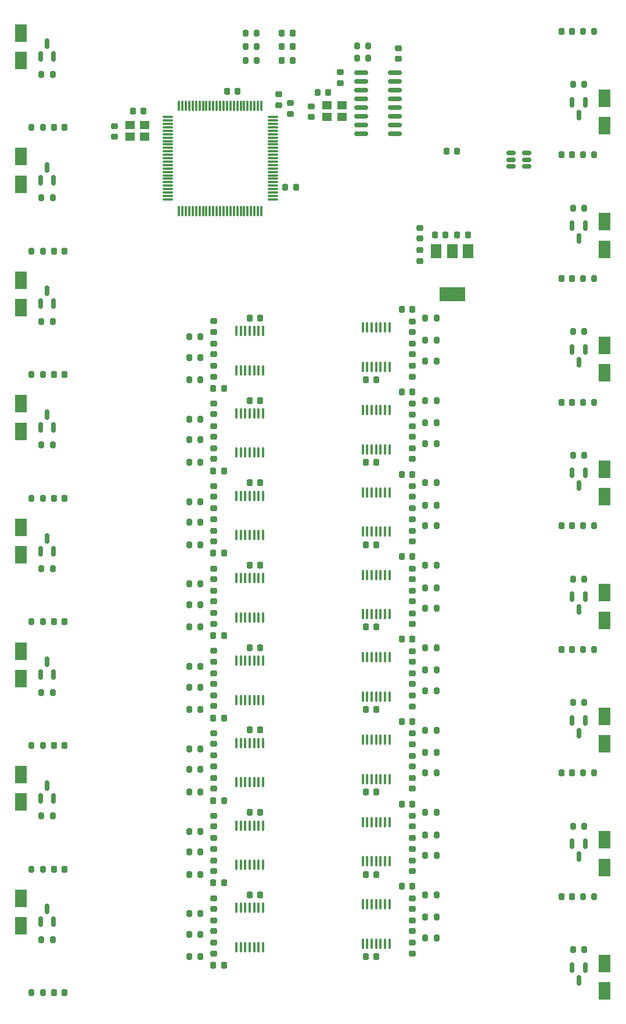
<source format=gbr>
%TF.GenerationSoftware,KiCad,Pcbnew,(6.0.7-1)-1*%
%TF.CreationDate,2023-01-13T01:44:41+01:00*%
%TF.ProjectId,Astraveus_Testtech,41737472-6176-4657-9573-5f5465737474,0.1*%
%TF.SameCoordinates,Original*%
%TF.FileFunction,Paste,Top*%
%TF.FilePolarity,Positive*%
%FSLAX46Y46*%
G04 Gerber Fmt 4.6, Leading zero omitted, Abs format (unit mm)*
G04 Created by KiCad (PCBNEW (6.0.7-1)-1) date 2023-01-13 01:44:41*
%MOMM*%
%LPD*%
G01*
G04 APERTURE LIST*
G04 Aperture macros list*
%AMRoundRect*
0 Rectangle with rounded corners*
0 $1 Rounding radius*
0 $2 $3 $4 $5 $6 $7 $8 $9 X,Y pos of 4 corners*
0 Add a 4 corners polygon primitive as box body*
4,1,4,$2,$3,$4,$5,$6,$7,$8,$9,$2,$3,0*
0 Add four circle primitives for the rounded corners*
1,1,$1+$1,$2,$3*
1,1,$1+$1,$4,$5*
1,1,$1+$1,$6,$7*
1,1,$1+$1,$8,$9*
0 Add four rect primitives between the rounded corners*
20,1,$1+$1,$2,$3,$4,$5,0*
20,1,$1+$1,$4,$5,$6,$7,0*
20,1,$1+$1,$6,$7,$8,$9,0*
20,1,$1+$1,$8,$9,$2,$3,0*%
G04 Aperture macros list end*
%ADD10RoundRect,0.225000X-0.225000X-0.250000X0.225000X-0.250000X0.225000X0.250000X-0.225000X0.250000X0*%
%ADD11RoundRect,0.225000X0.250000X-0.225000X0.250000X0.225000X-0.250000X0.225000X-0.250000X-0.225000X0*%
%ADD12RoundRect,0.200000X0.200000X0.275000X-0.200000X0.275000X-0.200000X-0.275000X0.200000X-0.275000X0*%
%ADD13RoundRect,0.225000X-0.250000X0.225000X-0.250000X-0.225000X0.250000X-0.225000X0.250000X0.225000X0*%
%ADD14RoundRect,0.218750X-0.218750X-0.256250X0.218750X-0.256250X0.218750X0.256250X-0.218750X0.256250X0*%
%ADD15RoundRect,0.218750X0.218750X0.256250X-0.218750X0.256250X-0.218750X-0.256250X0.218750X-0.256250X0*%
%ADD16RoundRect,0.200000X-0.200000X-0.275000X0.200000X-0.275000X0.200000X0.275000X-0.200000X0.275000X0*%
%ADD17RoundRect,0.150000X-0.150000X0.587500X-0.150000X-0.587500X0.150000X-0.587500X0.150000X0.587500X0*%
%ADD18RoundRect,0.225000X0.225000X0.250000X-0.225000X0.250000X-0.225000X-0.250000X0.225000X-0.250000X0*%
%ADD19RoundRect,0.100000X-0.100000X0.637500X-0.100000X-0.637500X0.100000X-0.637500X0.100000X0.637500X0*%
%ADD20RoundRect,0.150000X0.150000X-0.587500X0.150000X0.587500X-0.150000X0.587500X-0.150000X-0.587500X0*%
%ADD21RoundRect,0.100000X0.100000X-0.637500X0.100000X0.637500X-0.100000X0.637500X-0.100000X-0.637500X0*%
%ADD22R,1.800000X2.500000*%
%ADD23RoundRect,0.150000X-0.825000X-0.150000X0.825000X-0.150000X0.825000X0.150000X-0.825000X0.150000X0*%
%ADD24R,1.400000X1.200000*%
%ADD25R,1.500000X2.000000*%
%ADD26R,3.800000X2.000000*%
%ADD27RoundRect,0.150000X-0.512500X-0.150000X0.512500X-0.150000X0.512500X0.150000X-0.512500X0.150000X0*%
%ADD28RoundRect,0.075000X-0.075000X0.662500X-0.075000X-0.662500X0.075000X-0.662500X0.075000X0.662500X0*%
%ADD29RoundRect,0.075000X-0.662500X0.075000X-0.662500X-0.075000X0.662500X-0.075000X0.662500X0.075000X0*%
G04 APERTURE END LIST*
D10*
%TO.C,C14*%
X126300000Y-86650000D03*
X127850000Y-86650000D03*
%TD*%
D11*
%TO.C,C85*%
X119718750Y-172787500D03*
X119718750Y-171237500D03*
%TD*%
D12*
%TO.C,R75*%
X67325000Y-153250000D03*
X65675000Y-153250000D03*
%TD*%
%TO.C,R39*%
X123293750Y-165012500D03*
X121643750Y-165012500D03*
%TD*%
%TO.C,R66*%
X65875000Y-125000000D03*
X64225000Y-125000000D03*
%TD*%
D11*
%TO.C,C11*%
X105000000Y-69475000D03*
X105000000Y-67925000D03*
%TD*%
D13*
%TO.C,C70*%
X90779879Y-165725000D03*
X90779879Y-167275000D03*
%TD*%
D14*
%TO.C,D2*%
X100712500Y-59250000D03*
X102287500Y-59250000D03*
%TD*%
D15*
%TO.C,D29*%
X69037500Y-179000000D03*
X67462500Y-179000000D03*
%TD*%
D16*
%TO.C,R8*%
X87204879Y-107750000D03*
X88854879Y-107750000D03*
%TD*%
D11*
%TO.C,C73*%
X119718750Y-167287500D03*
X119718750Y-165737500D03*
%TD*%
D16*
%TO.C,R80*%
X144625000Y-165000000D03*
X146275000Y-165000000D03*
%TD*%
D17*
%TO.C,Q8*%
X144950000Y-121312500D03*
X143050000Y-121312500D03*
X144000000Y-123187500D03*
%TD*%
D12*
%TO.C,R17*%
X123293750Y-110762500D03*
X121643750Y-110762500D03*
%TD*%
D11*
%TO.C,C9*%
X117750000Y-61025000D03*
X117750000Y-59475000D03*
%TD*%
D12*
%TO.C,R35*%
X123293750Y-146762500D03*
X121643750Y-146762500D03*
%TD*%
D11*
%TO.C,C3*%
X100250000Y-67750000D03*
X100250000Y-66200000D03*
%TD*%
D13*
%TO.C,C49*%
X90779879Y-138475000D03*
X90779879Y-140025000D03*
%TD*%
D15*
%TO.C,D33*%
X69037500Y-197000000D03*
X67462500Y-197000000D03*
%TD*%
D16*
%TO.C,R6*%
X87204879Y-101500000D03*
X88854879Y-101500000D03*
%TD*%
D12*
%TO.C,R55*%
X67325000Y-63250000D03*
X65675000Y-63250000D03*
%TD*%
D16*
%TO.C,R24*%
X87204879Y-137500000D03*
X88854879Y-137500000D03*
%TD*%
%TO.C,R49*%
X87204879Y-188500000D03*
X88854879Y-188500000D03*
%TD*%
D12*
%TO.C,R40*%
X123293750Y-162012500D03*
X121643750Y-162012500D03*
%TD*%
D16*
%TO.C,R73*%
X143175000Y-136750000D03*
X144825000Y-136750000D03*
%TD*%
D12*
%TO.C,R70*%
X65875000Y-143000000D03*
X64225000Y-143000000D03*
%TD*%
D11*
%TO.C,C65*%
X119718750Y-148787500D03*
X119718750Y-147237500D03*
%TD*%
D16*
%TO.C,R2*%
X111662500Y-59175000D03*
X113312500Y-59175000D03*
%TD*%
D18*
%TO.C,C4*%
X94250000Y-65735000D03*
X92700000Y-65735000D03*
%TD*%
D12*
%TO.C,R27*%
X123293750Y-141012500D03*
X121643750Y-141012500D03*
%TD*%
D19*
%TO.C,U5*%
X97979879Y-100637500D03*
X97329879Y-100637500D03*
X96679879Y-100637500D03*
X96029879Y-100637500D03*
X95379879Y-100637500D03*
X94729879Y-100637500D03*
X94079879Y-100637500D03*
X94079879Y-106362500D03*
X94729879Y-106362500D03*
X95379879Y-106362500D03*
X96029879Y-106362500D03*
X96679879Y-106362500D03*
X97329879Y-106362500D03*
X97979879Y-106362500D03*
%TD*%
D14*
%TO.C,D11*%
X141462500Y-75000000D03*
X143037500Y-75000000D03*
%TD*%
D20*
%TO.C,Q1*%
X65550000Y-60687500D03*
X67450000Y-60687500D03*
X66500000Y-58812500D03*
%TD*%
D13*
%TO.C,C40*%
X90779879Y-129725000D03*
X90779879Y-131275000D03*
%TD*%
D10*
%TO.C,C57*%
X90725000Y-157000000D03*
X92275000Y-157000000D03*
%TD*%
D16*
%TO.C,R64*%
X144625000Y-93000000D03*
X146275000Y-93000000D03*
%TD*%
D12*
%TO.C,R29*%
X123293750Y-134762500D03*
X121643750Y-134762500D03*
%TD*%
D11*
%TO.C,C44*%
X119718750Y-128037500D03*
X119718750Y-126487500D03*
%TD*%
D16*
%TO.C,R37*%
X87204879Y-164500000D03*
X88854879Y-164500000D03*
%TD*%
D20*
%TO.C,Q15*%
X65550000Y-186687500D03*
X67450000Y-186687500D03*
X66500000Y-184812500D03*
%TD*%
D21*
%TO.C,U10*%
X112518750Y-129875000D03*
X113168750Y-129875000D03*
X113818750Y-129875000D03*
X114468750Y-129875000D03*
X115118750Y-129875000D03*
X115768750Y-129875000D03*
X116418750Y-129875000D03*
X116418750Y-124150000D03*
X115768750Y-124150000D03*
X115118750Y-124150000D03*
X114468750Y-124150000D03*
X113818750Y-124150000D03*
X113168750Y-124150000D03*
X112518750Y-124150000D03*
%TD*%
D11*
%TO.C,C23*%
X119718750Y-107287500D03*
X119718750Y-105737500D03*
%TD*%
D18*
%TO.C,C72*%
X119773629Y-157512500D03*
X118223629Y-157512500D03*
%TD*%
D11*
%TO.C,C54*%
X119718750Y-140037500D03*
X119718750Y-138487500D03*
%TD*%
D10*
%TO.C,C17*%
X90725000Y-109000000D03*
X92275000Y-109000000D03*
%TD*%
D18*
%TO.C,C36*%
X97554879Y-122750000D03*
X96004879Y-122750000D03*
%TD*%
D12*
%TO.C,R28*%
X123293750Y-138012500D03*
X121643750Y-138012500D03*
%TD*%
%TO.C,R58*%
X65875000Y-89000000D03*
X64225000Y-89000000D03*
%TD*%
D14*
%TO.C,D3*%
X100712500Y-57250000D03*
X102287500Y-57250000D03*
%TD*%
D19*
%TO.C,U15*%
X97979879Y-160637500D03*
X97329879Y-160637500D03*
X96679879Y-160637500D03*
X96029879Y-160637500D03*
X95379879Y-160637500D03*
X94729879Y-160637500D03*
X94079879Y-160637500D03*
X94079879Y-166362500D03*
X94729879Y-166362500D03*
X95379879Y-166362500D03*
X96029879Y-166362500D03*
X96679879Y-166362500D03*
X97329879Y-166362500D03*
X97979879Y-166362500D03*
%TD*%
D18*
%TO.C,C7*%
X126275000Y-74500000D03*
X124725000Y-74500000D03*
%TD*%
D12*
%TO.C,R82*%
X65875000Y-197000000D03*
X64225000Y-197000000D03*
%TD*%
D11*
%TO.C,C75*%
X119718750Y-160787500D03*
X119718750Y-159237500D03*
%TD*%
D10*
%TO.C,C37*%
X90725000Y-133000000D03*
X92275000Y-133000000D03*
%TD*%
%TO.C,C41*%
X112943750Y-131762500D03*
X114493750Y-131762500D03*
%TD*%
D13*
%TO.C,C69*%
X90779879Y-162475000D03*
X90779879Y-164025000D03*
%TD*%
%TO.C,C59*%
X90779879Y-150475000D03*
X90779879Y-152025000D03*
%TD*%
D12*
%TO.C,R83*%
X67325000Y-189250000D03*
X65675000Y-189250000D03*
%TD*%
D22*
%TO.C,D10*%
X147800000Y-84750000D03*
X147800000Y-88750000D03*
%TD*%
%TO.C,D18*%
X147800000Y-120750000D03*
X147800000Y-124750000D03*
%TD*%
D18*
%TO.C,C10*%
X107500000Y-65950000D03*
X105950000Y-65950000D03*
%TD*%
D22*
%TO.C,D34*%
X147800000Y-192750000D03*
X147800000Y-196750000D03*
%TD*%
D20*
%TO.C,Q3*%
X65550000Y-78687500D03*
X67450000Y-78687500D03*
X66500000Y-76812500D03*
%TD*%
D16*
%TO.C,R65*%
X143175000Y-100750000D03*
X144825000Y-100750000D03*
%TD*%
%TO.C,R81*%
X143175000Y-172750000D03*
X144825000Y-172750000D03*
%TD*%
D22*
%TO.C,D6*%
X147800000Y-66750000D03*
X147800000Y-70750000D03*
%TD*%
D19*
%TO.C,U17*%
X97979879Y-172637500D03*
X97329879Y-172637500D03*
X96679879Y-172637500D03*
X96029879Y-172637500D03*
X95379879Y-172637500D03*
X94729879Y-172637500D03*
X94079879Y-172637500D03*
X94079879Y-178362500D03*
X94729879Y-178362500D03*
X95379879Y-178362500D03*
X96029879Y-178362500D03*
X96679879Y-178362500D03*
X97329879Y-178362500D03*
X97979879Y-178362500D03*
%TD*%
D13*
%TO.C,C1*%
X102000000Y-67475000D03*
X102000000Y-69025000D03*
%TD*%
D16*
%TO.C,R30*%
X87204879Y-149500000D03*
X88854879Y-149500000D03*
%TD*%
D18*
%TO.C,C42*%
X119773629Y-121512500D03*
X118223629Y-121512500D03*
%TD*%
D17*
%TO.C,Q16*%
X144950000Y-193312500D03*
X143050000Y-193312500D03*
X144000000Y-195187500D03*
%TD*%
D11*
%TO.C,C25*%
X119718750Y-100787500D03*
X119718750Y-99237500D03*
%TD*%
D12*
%TO.C,R45*%
X123293750Y-177012500D03*
X121643750Y-177012500D03*
%TD*%
D18*
%TO.C,C6*%
X80550000Y-68600000D03*
X79000000Y-68600000D03*
%TD*%
D16*
%TO.C,R56*%
X144625000Y-57000000D03*
X146275000Y-57000000D03*
%TD*%
D11*
%TO.C,C45*%
X119718750Y-124787500D03*
X119718750Y-123237500D03*
%TD*%
%TO.C,C24*%
X119718750Y-104037500D03*
X119718750Y-102487500D03*
%TD*%
D13*
%TO.C,C18*%
X90779879Y-99225000D03*
X90779879Y-100775000D03*
%TD*%
D17*
%TO.C,Q4*%
X144950000Y-85312500D03*
X143050000Y-85312500D03*
X144000000Y-87187500D03*
%TD*%
D22*
%TO.C,D8*%
X62700000Y-79250000D03*
X62700000Y-75250000D03*
%TD*%
D18*
%TO.C,C52*%
X119773629Y-133512500D03*
X118223629Y-133512500D03*
%TD*%
D11*
%TO.C,C33*%
X119718750Y-119287500D03*
X119718750Y-117737500D03*
%TD*%
D13*
%TO.C,C90*%
X90779879Y-189725000D03*
X90779879Y-191275000D03*
%TD*%
D10*
%TO.C,C77*%
X90725000Y-181000000D03*
X92275000Y-181000000D03*
%TD*%
D16*
%TO.C,R42*%
X87204879Y-173500000D03*
X88854879Y-173500000D03*
%TD*%
D19*
%TO.C,U19*%
X97979879Y-184637500D03*
X97329879Y-184637500D03*
X96679879Y-184637500D03*
X96029879Y-184637500D03*
X95379879Y-184637500D03*
X94729879Y-184637500D03*
X94079879Y-184637500D03*
X94079879Y-190362500D03*
X94729879Y-190362500D03*
X95379879Y-190362500D03*
X96029879Y-190362500D03*
X96679879Y-190362500D03*
X97329879Y-190362500D03*
X97979879Y-190362500D03*
%TD*%
D16*
%TO.C,R69*%
X143175000Y-118750000D03*
X144825000Y-118750000D03*
%TD*%
D13*
%TO.C,C58*%
X90779879Y-147225000D03*
X90779879Y-148775000D03*
%TD*%
D12*
%TO.C,R67*%
X67325000Y-117250000D03*
X65675000Y-117250000D03*
%TD*%
%TO.C,R59*%
X67325000Y-81250000D03*
X65675000Y-81250000D03*
%TD*%
D13*
%TO.C,C12*%
X120800000Y-88900000D03*
X120800000Y-90450000D03*
%TD*%
D20*
%TO.C,Q13*%
X65550000Y-168687500D03*
X67450000Y-168687500D03*
X66500000Y-166812500D03*
%TD*%
D13*
%TO.C,C20*%
X90779879Y-105725000D03*
X90779879Y-107275000D03*
%TD*%
D11*
%TO.C,C34*%
X119718750Y-116037500D03*
X119718750Y-114487500D03*
%TD*%
D17*
%TO.C,Q6*%
X144950000Y-103312500D03*
X143050000Y-103312500D03*
X144000000Y-105187500D03*
%TD*%
D16*
%TO.C,R18*%
X87204879Y-125500000D03*
X88854879Y-125500000D03*
%TD*%
D20*
%TO.C,Q5*%
X65550000Y-96687500D03*
X67450000Y-96687500D03*
X66500000Y-94812500D03*
%TD*%
D10*
%TO.C,C51*%
X112943750Y-143762500D03*
X114493750Y-143762500D03*
%TD*%
D18*
%TO.C,C15*%
X124575000Y-86650000D03*
X123025000Y-86650000D03*
%TD*%
D14*
%TO.C,D1*%
X100712500Y-61250000D03*
X102287500Y-61250000D03*
%TD*%
D13*
%TO.C,C28*%
X90779879Y-111225000D03*
X90779879Y-112775000D03*
%TD*%
D12*
%TO.C,R53*%
X123293750Y-182762500D03*
X121643750Y-182762500D03*
%TD*%
%TO.C,R16*%
X123293750Y-114012500D03*
X121643750Y-114012500D03*
%TD*%
D22*
%TO.C,D14*%
X147800000Y-102750000D03*
X147800000Y-106750000D03*
%TD*%
D10*
%TO.C,C47*%
X90725000Y-145000000D03*
X92275000Y-145000000D03*
%TD*%
D12*
%TO.C,R74*%
X65875000Y-161000000D03*
X64225000Y-161000000D03*
%TD*%
D18*
%TO.C,C86*%
X97554879Y-182750000D03*
X96004879Y-182750000D03*
%TD*%
D16*
%TO.C,R14*%
X87204879Y-119750000D03*
X88854879Y-119750000D03*
%TD*%
%TO.C,R12*%
X87204879Y-113500000D03*
X88854879Y-113500000D03*
%TD*%
%TO.C,R76*%
X144625000Y-147000000D03*
X146275000Y-147000000D03*
%TD*%
D15*
%TO.C,D13*%
X69037500Y-107000000D03*
X67462500Y-107000000D03*
%TD*%
D21*
%TO.C,U8*%
X112518750Y-117875000D03*
X113168750Y-117875000D03*
X113818750Y-117875000D03*
X114468750Y-117875000D03*
X115118750Y-117875000D03*
X115768750Y-117875000D03*
X116418750Y-117875000D03*
X116418750Y-112150000D03*
X115768750Y-112150000D03*
X115118750Y-112150000D03*
X114468750Y-112150000D03*
X113818750Y-112150000D03*
X113168750Y-112150000D03*
X112518750Y-112150000D03*
%TD*%
D19*
%TO.C,U9*%
X97979879Y-124637500D03*
X97329879Y-124637500D03*
X96679879Y-124637500D03*
X96029879Y-124637500D03*
X95379879Y-124637500D03*
X94729879Y-124637500D03*
X94079879Y-124637500D03*
X94079879Y-130362500D03*
X94729879Y-130362500D03*
X95379879Y-130362500D03*
X96029879Y-130362500D03*
X96679879Y-130362500D03*
X97329879Y-130362500D03*
X97979879Y-130362500D03*
%TD*%
D12*
%TO.C,R63*%
X67325000Y-99250000D03*
X65675000Y-99250000D03*
%TD*%
D18*
%TO.C,C66*%
X97554879Y-158750000D03*
X96004879Y-158750000D03*
%TD*%
D22*
%TO.C,D16*%
X62700000Y-115250000D03*
X62700000Y-111250000D03*
%TD*%
D12*
%TO.C,R78*%
X65875000Y-179000000D03*
X64225000Y-179000000D03*
%TD*%
%TO.C,R47*%
X123293750Y-170762500D03*
X121643750Y-170762500D03*
%TD*%
D18*
%TO.C,C82*%
X119773629Y-169512500D03*
X118223629Y-169512500D03*
%TD*%
D11*
%TO.C,C93*%
X119718750Y-191287500D03*
X119718750Y-189737500D03*
%TD*%
D20*
%TO.C,Q7*%
X65550000Y-114687500D03*
X67450000Y-114687500D03*
X66500000Y-112812500D03*
%TD*%
D16*
%TO.C,R84*%
X144625000Y-183000000D03*
X146275000Y-183000000D03*
%TD*%
D18*
%TO.C,C32*%
X119773629Y-109512500D03*
X118223629Y-109512500D03*
%TD*%
D15*
%TO.C,D9*%
X69037500Y-89000000D03*
X67462500Y-89000000D03*
%TD*%
D17*
%TO.C,Q10*%
X144950000Y-139312500D03*
X143050000Y-139312500D03*
X144000000Y-141187500D03*
%TD*%
D18*
%TO.C,C62*%
X119773629Y-145512500D03*
X118223629Y-145512500D03*
%TD*%
D13*
%TO.C,C48*%
X90779879Y-135225000D03*
X90779879Y-136775000D03*
%TD*%
%TO.C,C19*%
X90779879Y-102475000D03*
X90779879Y-104025000D03*
%TD*%
D11*
%TO.C,C5*%
X76300000Y-72375000D03*
X76300000Y-70825000D03*
%TD*%
D13*
%TO.C,C29*%
X90779879Y-114475000D03*
X90779879Y-116025000D03*
%TD*%
D11*
%TO.C,C53*%
X119718750Y-143287500D03*
X119718750Y-141737500D03*
%TD*%
D10*
%TO.C,C31*%
X112943750Y-119762500D03*
X114493750Y-119762500D03*
%TD*%
D16*
%TO.C,R38*%
X87204879Y-167750000D03*
X88854879Y-167750000D03*
%TD*%
D23*
%TO.C,U2*%
X112262500Y-63055000D03*
X112262500Y-64325000D03*
X112262500Y-65595000D03*
X112262500Y-66865000D03*
X112262500Y-68135000D03*
X112262500Y-69405000D03*
X112262500Y-70675000D03*
X112262500Y-71945000D03*
X117212500Y-71945000D03*
X117212500Y-70675000D03*
X117212500Y-69405000D03*
X117212500Y-68135000D03*
X117212500Y-66865000D03*
X117212500Y-65595000D03*
X117212500Y-64325000D03*
X117212500Y-63055000D03*
%TD*%
D22*
%TO.C,D20*%
X62700000Y-133250000D03*
X62700000Y-129250000D03*
%TD*%
D11*
%TO.C,C43*%
X119718750Y-131287500D03*
X119718750Y-129737500D03*
%TD*%
%TO.C,C8*%
X109250000Y-64525000D03*
X109250000Y-62975000D03*
%TD*%
D16*
%TO.C,R36*%
X87204879Y-161500000D03*
X88854879Y-161500000D03*
%TD*%
D11*
%TO.C,C64*%
X119718750Y-152037500D03*
X119718750Y-150487500D03*
%TD*%
D16*
%TO.C,R5*%
X95425000Y-57250000D03*
X97075000Y-57250000D03*
%TD*%
D19*
%TO.C,U7*%
X97979879Y-112637500D03*
X97329879Y-112637500D03*
X96679879Y-112637500D03*
X96029879Y-112637500D03*
X95379879Y-112637500D03*
X94729879Y-112637500D03*
X94079879Y-112637500D03*
X94079879Y-118362500D03*
X94729879Y-118362500D03*
X95379879Y-118362500D03*
X96029879Y-118362500D03*
X96679879Y-118362500D03*
X97329879Y-118362500D03*
X97979879Y-118362500D03*
%TD*%
D18*
%TO.C,C56*%
X97554879Y-146750000D03*
X96004879Y-146750000D03*
%TD*%
D10*
%TO.C,C87*%
X90725000Y-193000000D03*
X92275000Y-193000000D03*
%TD*%
D19*
%TO.C,U13*%
X97979879Y-148637500D03*
X97329879Y-148637500D03*
X96679879Y-148637500D03*
X96029879Y-148637500D03*
X95379879Y-148637500D03*
X94729879Y-148637500D03*
X94079879Y-148637500D03*
X94079879Y-154362500D03*
X94729879Y-154362500D03*
X95379879Y-154362500D03*
X96029879Y-154362500D03*
X96679879Y-154362500D03*
X97329879Y-154362500D03*
X97979879Y-154362500D03*
%TD*%
D22*
%TO.C,D22*%
X147800000Y-138750000D03*
X147800000Y-142750000D03*
%TD*%
D11*
%TO.C,C83*%
X119718750Y-179287500D03*
X119718750Y-177737500D03*
%TD*%
D20*
%TO.C,Q11*%
X65550000Y-150687500D03*
X67450000Y-150687500D03*
X66500000Y-148812500D03*
%TD*%
D21*
%TO.C,U12*%
X112518750Y-141875000D03*
X113168750Y-141875000D03*
X113818750Y-141875000D03*
X114468750Y-141875000D03*
X115118750Y-141875000D03*
X115768750Y-141875000D03*
X116418750Y-141875000D03*
X116418750Y-136150000D03*
X115768750Y-136150000D03*
X115118750Y-136150000D03*
X114468750Y-136150000D03*
X113818750Y-136150000D03*
X113168750Y-136150000D03*
X112518750Y-136150000D03*
%TD*%
D15*
%TO.C,D5*%
X69037500Y-71000000D03*
X67462500Y-71000000D03*
%TD*%
D21*
%TO.C,U20*%
X112518750Y-189875000D03*
X113168750Y-189875000D03*
X113818750Y-189875000D03*
X114468750Y-189875000D03*
X115118750Y-189875000D03*
X115768750Y-189875000D03*
X116418750Y-189875000D03*
X116418750Y-184150000D03*
X115768750Y-184150000D03*
X115118750Y-184150000D03*
X114468750Y-184150000D03*
X113818750Y-184150000D03*
X113168750Y-184150000D03*
X112518750Y-184150000D03*
%TD*%
D10*
%TO.C,C71*%
X112943750Y-167762500D03*
X114493750Y-167762500D03*
%TD*%
D16*
%TO.C,R50*%
X87204879Y-191750000D03*
X88854879Y-191750000D03*
%TD*%
D22*
%TO.C,D4*%
X62700000Y-61250000D03*
X62700000Y-57250000D03*
%TD*%
D18*
%TO.C,C76*%
X97554879Y-170750000D03*
X96004879Y-170750000D03*
%TD*%
D13*
%TO.C,C60*%
X90779879Y-153725000D03*
X90779879Y-155275000D03*
%TD*%
D12*
%TO.C,R34*%
X123293750Y-150012500D03*
X121643750Y-150012500D03*
%TD*%
D21*
%TO.C,U6*%
X112518750Y-105875000D03*
X113168750Y-105875000D03*
X113818750Y-105875000D03*
X114468750Y-105875000D03*
X115118750Y-105875000D03*
X115768750Y-105875000D03*
X116418750Y-105875000D03*
X116418750Y-100150000D03*
X115768750Y-100150000D03*
X115118750Y-100150000D03*
X114468750Y-100150000D03*
X113818750Y-100150000D03*
X113168750Y-100150000D03*
X112518750Y-100150000D03*
%TD*%
D16*
%TO.C,R1*%
X111662500Y-60925000D03*
X113312500Y-60925000D03*
%TD*%
%TO.C,R13*%
X87204879Y-116500000D03*
X88854879Y-116500000D03*
%TD*%
%TO.C,R57*%
X143175000Y-64750000D03*
X144825000Y-64750000D03*
%TD*%
D20*
%TO.C,Q9*%
X65550000Y-132687500D03*
X67450000Y-132687500D03*
X66500000Y-130812500D03*
%TD*%
D16*
%TO.C,R20*%
X87204879Y-131750000D03*
X88854879Y-131750000D03*
%TD*%
%TO.C,R60*%
X144625000Y-75000000D03*
X146275000Y-75000000D03*
%TD*%
D11*
%TO.C,C13*%
X120800000Y-87150000D03*
X120800000Y-85600000D03*
%TD*%
D13*
%TO.C,C38*%
X90779879Y-123225000D03*
X90779879Y-124775000D03*
%TD*%
D11*
%TO.C,C94*%
X119718750Y-188037500D03*
X119718750Y-186487500D03*
%TD*%
D12*
%TO.C,R33*%
X123293750Y-153012500D03*
X121643750Y-153012500D03*
%TD*%
D22*
%TO.C,D12*%
X62700000Y-97250000D03*
X62700000Y-93250000D03*
%TD*%
D18*
%TO.C,C46*%
X97554879Y-134750000D03*
X96004879Y-134750000D03*
%TD*%
D12*
%TO.C,R52*%
X123293750Y-186012500D03*
X121643750Y-186012500D03*
%TD*%
D10*
%TO.C,C21*%
X112943750Y-107762500D03*
X114493750Y-107762500D03*
%TD*%
D12*
%TO.C,R51*%
X123293750Y-189012500D03*
X121643750Y-189012500D03*
%TD*%
D24*
%TO.C,Y1*%
X80750000Y-70650000D03*
X78550000Y-70650000D03*
X78550000Y-72350000D03*
X80750000Y-72350000D03*
%TD*%
D13*
%TO.C,C89*%
X90779879Y-186475000D03*
X90779879Y-188025000D03*
%TD*%
D24*
%TO.C,Y2*%
X109500000Y-67750000D03*
X107300000Y-67750000D03*
X107300000Y-69450000D03*
X109500000Y-69450000D03*
%TD*%
D14*
%TO.C,D19*%
X141462500Y-111000000D03*
X143037500Y-111000000D03*
%TD*%
D13*
%TO.C,C79*%
X90779879Y-174475000D03*
X90779879Y-176025000D03*
%TD*%
D12*
%TO.C,R10*%
X123293750Y-102012500D03*
X121643750Y-102012500D03*
%TD*%
D14*
%TO.C,D15*%
X141462500Y-93000000D03*
X143037500Y-93000000D03*
%TD*%
D10*
%TO.C,C81*%
X112943750Y-179762500D03*
X114493750Y-179762500D03*
%TD*%
D17*
%TO.C,Q12*%
X144950000Y-157312500D03*
X143050000Y-157312500D03*
X144000000Y-159187500D03*
%TD*%
D18*
%TO.C,C22*%
X119773629Y-97512500D03*
X118223629Y-97512500D03*
%TD*%
D14*
%TO.C,D23*%
X141462500Y-129000000D03*
X143037500Y-129000000D03*
%TD*%
D25*
%TO.C,U4*%
X127850000Y-89000000D03*
X125550000Y-89000000D03*
D26*
X125550000Y-95300000D03*
D25*
X123250000Y-89000000D03*
%TD*%
D22*
%TO.C,D30*%
X147800000Y-174750000D03*
X147800000Y-178750000D03*
%TD*%
D12*
%TO.C,R71*%
X67325000Y-135250000D03*
X65675000Y-135250000D03*
%TD*%
D21*
%TO.C,U14*%
X112518750Y-153875000D03*
X113168750Y-153875000D03*
X113818750Y-153875000D03*
X114468750Y-153875000D03*
X115118750Y-153875000D03*
X115768750Y-153875000D03*
X116418750Y-153875000D03*
X116418750Y-148150000D03*
X115768750Y-148150000D03*
X115118750Y-148150000D03*
X114468750Y-148150000D03*
X113818750Y-148150000D03*
X113168750Y-148150000D03*
X112518750Y-148150000D03*
%TD*%
D16*
%TO.C,R61*%
X143175000Y-82750000D03*
X144825000Y-82750000D03*
%TD*%
D11*
%TO.C,C84*%
X119718750Y-176037500D03*
X119718750Y-174487500D03*
%TD*%
D12*
%TO.C,R62*%
X65875000Y-107000000D03*
X64225000Y-107000000D03*
%TD*%
D16*
%TO.C,R44*%
X87204879Y-179750000D03*
X88854879Y-179750000D03*
%TD*%
D11*
%TO.C,C55*%
X119718750Y-136787500D03*
X119718750Y-135237500D03*
%TD*%
D16*
%TO.C,R85*%
X143175000Y-190750000D03*
X144825000Y-190750000D03*
%TD*%
%TO.C,R3*%
X95425000Y-61250000D03*
X97075000Y-61250000D03*
%TD*%
D21*
%TO.C,U18*%
X112518750Y-177875000D03*
X113168750Y-177875000D03*
X113818750Y-177875000D03*
X114468750Y-177875000D03*
X115118750Y-177875000D03*
X115768750Y-177875000D03*
X116418750Y-177875000D03*
X116418750Y-172150000D03*
X115768750Y-172150000D03*
X115118750Y-172150000D03*
X114468750Y-172150000D03*
X113818750Y-172150000D03*
X113168750Y-172150000D03*
X112518750Y-172150000D03*
%TD*%
D27*
%TO.C,U1*%
X134112500Y-74756250D03*
X134112500Y-75706250D03*
X134112500Y-76656250D03*
X136387500Y-76656250D03*
X136387500Y-75706250D03*
X136387500Y-74756250D03*
%TD*%
D14*
%TO.C,D31*%
X141462500Y-165000000D03*
X143037500Y-165000000D03*
%TD*%
D16*
%TO.C,R4*%
X95425000Y-59250000D03*
X97075000Y-59250000D03*
%TD*%
D12*
%TO.C,R22*%
X123293750Y-126012500D03*
X121643750Y-126012500D03*
%TD*%
D13*
%TO.C,C50*%
X90779879Y-141725000D03*
X90779879Y-143275000D03*
%TD*%
D16*
%TO.C,R77*%
X143175000Y-154750000D03*
X144825000Y-154750000D03*
%TD*%
D22*
%TO.C,D32*%
X62700000Y-187250000D03*
X62700000Y-183250000D03*
%TD*%
D28*
%TO.C,U3*%
X97725000Y-67822500D03*
X97225000Y-67822500D03*
X96725000Y-67822500D03*
X96225000Y-67822500D03*
X95725000Y-67822500D03*
X95225000Y-67822500D03*
X94725000Y-67822500D03*
X94225000Y-67822500D03*
X93725000Y-67822500D03*
X93225000Y-67822500D03*
X92725000Y-67822500D03*
X92225000Y-67822500D03*
X91725000Y-67822500D03*
X91225000Y-67822500D03*
X90725000Y-67822500D03*
X90225000Y-67822500D03*
X89725000Y-67822500D03*
X89225000Y-67822500D03*
X88725000Y-67822500D03*
X88225000Y-67822500D03*
X87725000Y-67822500D03*
X87225000Y-67822500D03*
X86725000Y-67822500D03*
X86225000Y-67822500D03*
X85725000Y-67822500D03*
D29*
X84062500Y-69485000D03*
X84062500Y-69985000D03*
X84062500Y-70485000D03*
X84062500Y-70985000D03*
X84062500Y-71485000D03*
X84062500Y-71985000D03*
X84062500Y-72485000D03*
X84062500Y-72985000D03*
X84062500Y-73485000D03*
X84062500Y-73985000D03*
X84062500Y-74485000D03*
X84062500Y-74985000D03*
X84062500Y-75485000D03*
X84062500Y-75985000D03*
X84062500Y-76485000D03*
X84062500Y-76985000D03*
X84062500Y-77485000D03*
X84062500Y-77985000D03*
X84062500Y-78485000D03*
X84062500Y-78985000D03*
X84062500Y-79485000D03*
X84062500Y-79985000D03*
X84062500Y-80485000D03*
X84062500Y-80985000D03*
X84062500Y-81485000D03*
D28*
X85725000Y-83147500D03*
X86225000Y-83147500D03*
X86725000Y-83147500D03*
X87225000Y-83147500D03*
X87725000Y-83147500D03*
X88225000Y-83147500D03*
X88725000Y-83147500D03*
X89225000Y-83147500D03*
X89725000Y-83147500D03*
X90225000Y-83147500D03*
X90725000Y-83147500D03*
X91225000Y-83147500D03*
X91725000Y-83147500D03*
X92225000Y-83147500D03*
X92725000Y-83147500D03*
X93225000Y-83147500D03*
X93725000Y-83147500D03*
X94225000Y-83147500D03*
X94725000Y-83147500D03*
X95225000Y-83147500D03*
X95725000Y-83147500D03*
X96225000Y-83147500D03*
X96725000Y-83147500D03*
X97225000Y-83147500D03*
X97725000Y-83147500D03*
D29*
X99387500Y-81485000D03*
X99387500Y-80985000D03*
X99387500Y-80485000D03*
X99387500Y-79985000D03*
X99387500Y-79485000D03*
X99387500Y-78985000D03*
X99387500Y-78485000D03*
X99387500Y-77985000D03*
X99387500Y-77485000D03*
X99387500Y-76985000D03*
X99387500Y-76485000D03*
X99387500Y-75985000D03*
X99387500Y-75485000D03*
X99387500Y-74985000D03*
X99387500Y-74485000D03*
X99387500Y-73985000D03*
X99387500Y-73485000D03*
X99387500Y-72985000D03*
X99387500Y-72485000D03*
X99387500Y-71985000D03*
X99387500Y-71485000D03*
X99387500Y-70985000D03*
X99387500Y-70485000D03*
X99387500Y-69985000D03*
X99387500Y-69485000D03*
%TD*%
D15*
%TO.C,D25*%
X69037500Y-161000000D03*
X67462500Y-161000000D03*
%TD*%
D16*
%TO.C,R26*%
X87204879Y-143750000D03*
X88854879Y-143750000D03*
%TD*%
%TO.C,R25*%
X87204879Y-140500000D03*
X88854879Y-140500000D03*
%TD*%
%TO.C,R31*%
X87204879Y-152500000D03*
X88854879Y-152500000D03*
%TD*%
D12*
%TO.C,R41*%
X123293750Y-158762500D03*
X121643750Y-158762500D03*
%TD*%
D18*
%TO.C,C92*%
X119773629Y-181512500D03*
X118223629Y-181512500D03*
%TD*%
D11*
%TO.C,C35*%
X119718750Y-112787500D03*
X119718750Y-111237500D03*
%TD*%
D13*
%TO.C,C88*%
X90779879Y-183225000D03*
X90779879Y-184775000D03*
%TD*%
D19*
%TO.C,U11*%
X97979879Y-136637500D03*
X97329879Y-136637500D03*
X96679879Y-136637500D03*
X96029879Y-136637500D03*
X95379879Y-136637500D03*
X94729879Y-136637500D03*
X94079879Y-136637500D03*
X94079879Y-142362500D03*
X94729879Y-142362500D03*
X95379879Y-142362500D03*
X96029879Y-142362500D03*
X96679879Y-142362500D03*
X97329879Y-142362500D03*
X97979879Y-142362500D03*
%TD*%
D22*
%TO.C,D26*%
X147800000Y-156750000D03*
X147800000Y-160750000D03*
%TD*%
D17*
%TO.C,Q14*%
X144950000Y-175312500D03*
X143050000Y-175312500D03*
X144000000Y-177187500D03*
%TD*%
D13*
%TO.C,C30*%
X90779879Y-117725000D03*
X90779879Y-119275000D03*
%TD*%
D11*
%TO.C,C95*%
X119718750Y-184787500D03*
X119718750Y-183237500D03*
%TD*%
D16*
%TO.C,R19*%
X87204879Y-128500000D03*
X88854879Y-128500000D03*
%TD*%
%TO.C,R43*%
X87204879Y-176500000D03*
X88854879Y-176500000D03*
%TD*%
D10*
%TO.C,C91*%
X112943750Y-191762500D03*
X114493750Y-191762500D03*
%TD*%
D16*
%TO.C,R7*%
X87204879Y-104500000D03*
X88854879Y-104500000D03*
%TD*%
D13*
%TO.C,C80*%
X90779879Y-177725000D03*
X90779879Y-179275000D03*
%TD*%
D12*
%TO.C,R23*%
X123293750Y-122762500D03*
X121643750Y-122762500D03*
%TD*%
D10*
%TO.C,C2*%
X101225000Y-79750000D03*
X102775000Y-79750000D03*
%TD*%
D12*
%TO.C,R15*%
X123293750Y-117012500D03*
X121643750Y-117012500D03*
%TD*%
D13*
%TO.C,C68*%
X90779879Y-159225000D03*
X90779879Y-160775000D03*
%TD*%
D16*
%TO.C,R72*%
X144625000Y-129000000D03*
X146275000Y-129000000D03*
%TD*%
D11*
%TO.C,C74*%
X119718750Y-164037500D03*
X119718750Y-162487500D03*
%TD*%
%TO.C,C63*%
X119718750Y-155287500D03*
X119718750Y-153737500D03*
%TD*%
D12*
%TO.C,R54*%
X65875000Y-71000000D03*
X64225000Y-71000000D03*
%TD*%
%TO.C,R11*%
X123293750Y-98762500D03*
X121643750Y-98762500D03*
%TD*%
D10*
%TO.C,C61*%
X112943750Y-155762500D03*
X114493750Y-155762500D03*
%TD*%
D22*
%TO.C,D24*%
X62700000Y-151250000D03*
X62700000Y-147250000D03*
%TD*%
D14*
%TO.C,D7*%
X141462500Y-57000000D03*
X143037500Y-57000000D03*
%TD*%
D16*
%TO.C,R32*%
X87204879Y-155750000D03*
X88854879Y-155750000D03*
%TD*%
D14*
%TO.C,D27*%
X141462500Y-147000000D03*
X143037500Y-147000000D03*
%TD*%
%TO.C,D35*%
X141462500Y-183000000D03*
X143037500Y-183000000D03*
%TD*%
D21*
%TO.C,U16*%
X112518750Y-165875000D03*
X113168750Y-165875000D03*
X113818750Y-165875000D03*
X114468750Y-165875000D03*
X115118750Y-165875000D03*
X115768750Y-165875000D03*
X116418750Y-165875000D03*
X116418750Y-160150000D03*
X115768750Y-160150000D03*
X115118750Y-160150000D03*
X114468750Y-160150000D03*
X113818750Y-160150000D03*
X113168750Y-160150000D03*
X112518750Y-160150000D03*
%TD*%
D10*
%TO.C,C27*%
X90725000Y-121000000D03*
X92275000Y-121000000D03*
%TD*%
D16*
%TO.C,R48*%
X87204879Y-185500000D03*
X88854879Y-185500000D03*
%TD*%
D18*
%TO.C,C26*%
X97554879Y-110750000D03*
X96004879Y-110750000D03*
%TD*%
D17*
%TO.C,Q2*%
X144950000Y-67312500D03*
X143050000Y-67312500D03*
X144000000Y-69187500D03*
%TD*%
D15*
%TO.C,D17*%
X69037500Y-125000000D03*
X67462500Y-125000000D03*
%TD*%
D12*
%TO.C,R9*%
X123293750Y-105012500D03*
X121643750Y-105012500D03*
%TD*%
D22*
%TO.C,D28*%
X62700000Y-169250000D03*
X62700000Y-165250000D03*
%TD*%
D12*
%TO.C,R46*%
X123293750Y-174012500D03*
X121643750Y-174012500D03*
%TD*%
D18*
%TO.C,C16*%
X97554879Y-98750000D03*
X96004879Y-98750000D03*
%TD*%
D12*
%TO.C,R21*%
X123293750Y-129012500D03*
X121643750Y-129012500D03*
%TD*%
D13*
%TO.C,C78*%
X90779879Y-171225000D03*
X90779879Y-172775000D03*
%TD*%
D12*
%TO.C,R79*%
X67325000Y-171250000D03*
X65675000Y-171250000D03*
%TD*%
D16*
%TO.C,R68*%
X144625000Y-111000000D03*
X146275000Y-111000000D03*
%TD*%
D13*
%TO.C,C39*%
X90779879Y-126475000D03*
X90779879Y-128025000D03*
%TD*%
D15*
%TO.C,D21*%
X69037500Y-143000000D03*
X67462500Y-143000000D03*
%TD*%
D10*
%TO.C,C67*%
X90725000Y-169000000D03*
X92275000Y-169000000D03*
%TD*%
M02*

</source>
